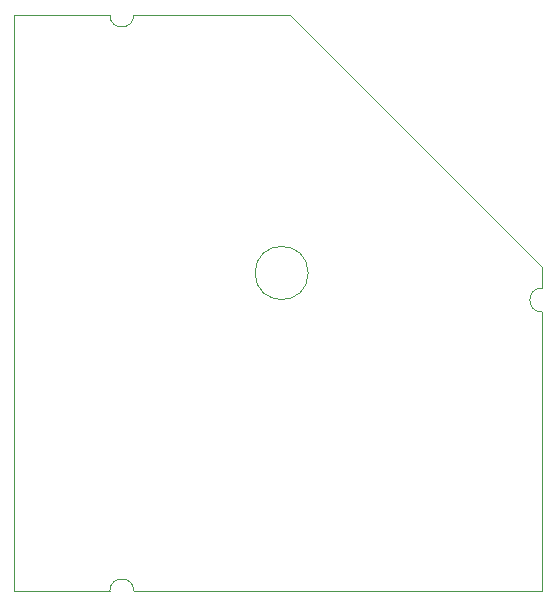
<source format=gbr>
%TF.GenerationSoftware,KiCad,Pcbnew,7.0.1*%
%TF.CreationDate,2023-08-12T13:03:50+02:00*%
%TF.ProjectId,uprs232ttl,75707273-3233-4327-9474-6c2e6b696361,rev?*%
%TF.SameCoordinates,Original*%
%TF.FileFunction,Profile,NP*%
%FSLAX46Y46*%
G04 Gerber Fmt 4.6, Leading zero omitted, Abs format (unit mm)*
G04 Created by KiCad (PCBNEW 7.0.1) date 2023-08-12 13:03:50*
%MOMM*%
%LPD*%
G01*
G04 APERTURE LIST*
%TA.AperFunction,Profile*%
%ADD10C,0.100000*%
%TD*%
G04 APERTURE END LIST*
D10*
X138176000Y-76962000D02*
X130048000Y-76962000D01*
X174752000Y-100076000D02*
G75*
G03*
X174752000Y-102108000I0J-1016000D01*
G01*
X154975198Y-98806000D02*
G75*
G03*
X154975198Y-98806000I-2250089J0D01*
G01*
X130048000Y-76962000D02*
X130048000Y-125730000D01*
X151892000Y-125730000D02*
X170180000Y-125730000D01*
X170180000Y-125730000D02*
X174752000Y-125730000D01*
X174752000Y-98298000D02*
X153416000Y-76962000D01*
X140208000Y-125730000D02*
X151892000Y-125730000D01*
X140208000Y-76962000D02*
X153416000Y-76962000D01*
X138176000Y-125730000D02*
X130048000Y-125730000D01*
X140208000Y-125730000D02*
G75*
G03*
X138176000Y-125730000I-1016000J0D01*
G01*
X174752000Y-98298000D02*
X174752000Y-100076000D01*
X138176000Y-76962000D02*
G75*
G03*
X140208000Y-76962000I1016000J0D01*
G01*
X174752000Y-125730000D02*
X174752000Y-102108000D01*
M02*

</source>
